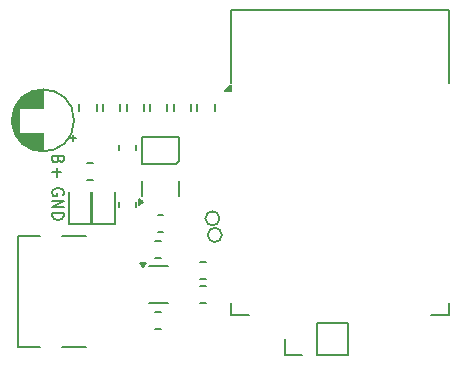
<source format=gto>
%TF.GenerationSoftware,KiCad,Pcbnew,9.0.2*%
%TF.CreationDate,2025-09-28T04:05:33+05:30*%
%TF.ProjectId,Sippy,53697070-792e-46b6-9963-61645f706362,rev?*%
%TF.SameCoordinates,PX4ef6d80PY35fa5c0*%
%TF.FileFunction,Legend,Top*%
%TF.FilePolarity,Positive*%
%FSLAX46Y46*%
G04 Gerber Fmt 4.6, Leading zero omitted, Abs format (unit mm)*
G04 Created by KiCad (PCBNEW 9.0.2) date 2025-09-28 04:05:33*
%MOMM*%
%LPD*%
G01*
G04 APERTURE LIST*
%ADD10C,0.200000*%
G04 APERTURE END LIST*
D10*
X-14614839Y-1193482D02*
X-14567220Y-1098244D01*
X-14567220Y-1098244D02*
X-14567220Y-955387D01*
X-14567220Y-955387D02*
X-14614839Y-812530D01*
X-14614839Y-812530D02*
X-14710077Y-717292D01*
X-14710077Y-717292D02*
X-14805315Y-669673D01*
X-14805315Y-669673D02*
X-14995791Y-622054D01*
X-14995791Y-622054D02*
X-15138648Y-622054D01*
X-15138648Y-622054D02*
X-15329124Y-669673D01*
X-15329124Y-669673D02*
X-15424362Y-717292D01*
X-15424362Y-717292D02*
X-15519600Y-812530D01*
X-15519600Y-812530D02*
X-15567220Y-955387D01*
X-15567220Y-955387D02*
X-15567220Y-1050625D01*
X-15567220Y-1050625D02*
X-15519600Y-1193482D01*
X-15519600Y-1193482D02*
X-15471981Y-1241101D01*
X-15471981Y-1241101D02*
X-15138648Y-1241101D01*
X-15138648Y-1241101D02*
X-15138648Y-1050625D01*
X-15567220Y-1669673D02*
X-14567220Y-1669673D01*
X-14567220Y-1669673D02*
X-15567220Y-2241101D01*
X-15567220Y-2241101D02*
X-14567220Y-2241101D01*
X-15567220Y-2717292D02*
X-14567220Y-2717292D01*
X-14567220Y-2717292D02*
X-14567220Y-2955387D01*
X-14567220Y-2955387D02*
X-14614839Y-3098244D01*
X-14614839Y-3098244D02*
X-14710077Y-3193482D01*
X-14710077Y-3193482D02*
X-14805315Y-3241101D01*
X-14805315Y-3241101D02*
X-14995791Y-3288720D01*
X-14995791Y-3288720D02*
X-15138648Y-3288720D01*
X-15138648Y-3288720D02*
X-15329124Y-3241101D01*
X-15329124Y-3241101D02*
X-15424362Y-3193482D01*
X-15424362Y-3193482D02*
X-15519600Y-3098244D01*
X-15519600Y-3098244D02*
X-15567220Y-2955387D01*
X-15567220Y-2955387D02*
X-15567220Y-2717292D01*
X-15043410Y1796994D02*
X-15091029Y1654137D01*
X-15091029Y1654137D02*
X-15138648Y1606518D01*
X-15138648Y1606518D02*
X-15233886Y1558899D01*
X-15233886Y1558899D02*
X-15376743Y1558899D01*
X-15376743Y1558899D02*
X-15471981Y1606518D01*
X-15471981Y1606518D02*
X-15519600Y1654137D01*
X-15519600Y1654137D02*
X-15567220Y1749375D01*
X-15567220Y1749375D02*
X-15567220Y2130327D01*
X-15567220Y2130327D02*
X-14567220Y2130327D01*
X-14567220Y2130327D02*
X-14567220Y1796994D01*
X-14567220Y1796994D02*
X-14614839Y1701756D01*
X-14614839Y1701756D02*
X-14662458Y1654137D01*
X-14662458Y1654137D02*
X-14757696Y1606518D01*
X-14757696Y1606518D02*
X-14852934Y1606518D01*
X-14852934Y1606518D02*
X-14948172Y1654137D01*
X-14948172Y1654137D02*
X-14995791Y1701756D01*
X-14995791Y1701756D02*
X-15043410Y1796994D01*
X-15043410Y1796994D02*
X-15043410Y2130327D01*
X-15186267Y1130327D02*
X-15186267Y368422D01*
X-15567220Y749375D02*
X-14805315Y749375D01*
%TO.C,R14*%
X-9935000Y-2227064D02*
X-9935000Y-1772936D01*
X-8465000Y-2227064D02*
X-8465000Y-1772936D01*
%TO.C,D1*%
X-8000000Y1412750D02*
X-8000000Y3712750D01*
X-5100000Y1412750D02*
X-8000000Y1412750D01*
X-5100000Y1412750D02*
X-4800000Y1712750D01*
X-4800000Y3712750D02*
X-8000000Y3712750D01*
X-4800000Y3712750D02*
X-4800000Y1712750D01*
%TO.C,C4*%
X-9275000Y6471252D02*
X-9275000Y5948748D01*
X-7805000Y6471252D02*
X-7805000Y5948748D01*
%TO.C,C10*%
X-12661252Y1535000D02*
X-12138748Y1535000D01*
X-12661252Y65000D02*
X-12138748Y65000D01*
%TO.C,J2*%
X-18500000Y-4700000D02*
X-18500000Y-14100000D01*
X-16600000Y-4700000D02*
X-18500000Y-4700000D01*
X-16600000Y-14100000D02*
X-18500000Y-14100000D01*
X-12700000Y-4700000D02*
X-14700000Y-4700000D01*
X-12700000Y-14100000D02*
X-14700000Y-14100000D01*
%TO.C,R9*%
X-6827064Y-11065000D02*
X-6372936Y-11065000D01*
X-6827064Y-12535000D02*
X-6372936Y-12535000D01*
%TO.C,R8*%
X-6827064Y-5065000D02*
X-6372936Y-5065000D01*
X-6827064Y-6535000D02*
X-6372936Y-6535000D01*
%TO.C,C2*%
X-5275000Y6471252D02*
X-5275000Y5948748D01*
X-3805000Y6471252D02*
X-3805000Y5948748D01*
%TO.C,R4*%
X-2572936Y-8865000D02*
X-3027064Y-8865000D01*
X-2572936Y-10335000D02*
X-3027064Y-10335000D01*
%TO.C,R6*%
X-6172936Y-2902250D02*
X-6627064Y-2902250D01*
X-6172936Y-4372250D02*
X-6627064Y-4372250D01*
%TO.C,C1*%
X-3275000Y6471252D02*
X-3275000Y5948748D01*
X-1805000Y6471252D02*
X-1805000Y5948748D01*
%TO.C,C5*%
X-11275000Y6471252D02*
X-11275000Y5948748D01*
X-9805000Y6471252D02*
X-9805000Y5948748D01*
%TO.C,Q2*%
X-7960000Y-637250D02*
X-7960000Y12750D01*
X-7960000Y-637250D02*
X-7960000Y-1287250D01*
X-4840000Y-637250D02*
X-4840000Y12750D01*
X-4840000Y-637250D02*
X-4840000Y-1287250D01*
X-7910000Y-1799750D02*
X-8240000Y-2039750D01*
X-8240000Y-1559750D01*
X-7910000Y-1799750D01*
G36*
X-7910000Y-1799750D02*
G01*
X-8240000Y-2039750D01*
X-8240000Y-1559750D01*
X-7910000Y-1799750D01*
G37*
%TO.C,R3*%
X-3027064Y-6865000D02*
X-2572936Y-6865000D01*
X-3027064Y-8335000D02*
X-2572936Y-8335000D01*
%TO.C,C3*%
X-7275000Y6471252D02*
X-7275000Y5948748D01*
X-5805000Y6471252D02*
X-5805000Y5948748D01*
%TO.C,R7*%
X-9935000Y2572936D02*
X-9935000Y3027064D01*
X-8465000Y2572936D02*
X-8465000Y3027064D01*
%TO.C,C6*%
X-13275000Y6471252D02*
X-13275000Y5948748D01*
X-11805000Y6471252D02*
X-11805000Y5948748D01*
%TO.C,TP18*%
X-1400000Y-3170961D02*
G75*
G02*
X-2600000Y-3170961I-600000J0D01*
G01*
X-2600000Y-3170961D02*
G75*
G02*
X-1400000Y-3170961I600000J0D01*
G01*
%TO.C,U3*%
X-6600000Y-7240000D02*
X-7400000Y-7240000D01*
X-6600000Y-7240000D02*
X-5800000Y-7240000D01*
X-6600000Y-10360000D02*
X-7400000Y-10360000D01*
X-6600000Y-10360000D02*
X-5800000Y-10360000D01*
X-7900000Y-7290000D02*
X-8140000Y-6960000D01*
X-7660000Y-6960000D01*
X-7900000Y-7290000D01*
G36*
X-7900000Y-7290000D02*
G01*
X-8140000Y-6960000D01*
X-7660000Y-6960000D01*
X-7900000Y-7290000D01*
G37*
%TO.C,TP5*%
X-1200000Y-4577535D02*
G75*
G02*
X-2400000Y-4577535I-600000J0D01*
G01*
X-2400000Y-4577535D02*
G75*
G02*
X-1200000Y-4577535I600000J0D01*
G01*
%TO.C,C7*%
X-18936495Y4838200D02*
X-18936495Y5404200D01*
X-18896495Y4604200D02*
X-18896495Y5638200D01*
X-18856495Y4444200D02*
X-18856495Y5798200D01*
X-18816495Y4316200D02*
X-18816495Y5926200D01*
X-18776495Y4207200D02*
X-18776495Y6035200D01*
X-18736495Y4110200D02*
X-18736495Y6132200D01*
X-18696495Y4023200D02*
X-18696495Y6219200D01*
X-18656495Y3944200D02*
X-18656495Y6298200D01*
X-18616495Y3870200D02*
X-18616495Y6372200D01*
X-18576495Y3802200D02*
X-18576495Y6440200D01*
X-18536495Y3738200D02*
X-18536495Y6504200D01*
X-18496495Y3678200D02*
X-18496495Y6564200D01*
X-18456495Y3622200D02*
X-18456495Y6620200D01*
X-18416495Y3568200D02*
X-18416495Y6674200D01*
X-18376495Y3517200D02*
X-18376495Y6725200D01*
X-18336495Y6161200D02*
X-18336495Y6773200D01*
X-18336495Y3469200D02*
X-18336495Y4081200D01*
X-18296495Y6161200D02*
X-18296495Y6820200D01*
X-18296495Y3422200D02*
X-18296495Y4081200D01*
X-18256495Y6161200D02*
X-18256495Y6864200D01*
X-18256495Y3378200D02*
X-18256495Y4081200D01*
X-18216495Y6161200D02*
X-18216495Y6906200D01*
X-18216495Y3336200D02*
X-18216495Y4081200D01*
X-18176495Y6161200D02*
X-18176495Y6946200D01*
X-18176495Y3296200D02*
X-18176495Y4081200D01*
X-18136495Y6161200D02*
X-18136495Y6985200D01*
X-18136495Y3257200D02*
X-18136495Y4081200D01*
X-18096495Y6161200D02*
X-18096495Y7022200D01*
X-18096495Y3220200D02*
X-18096495Y4081200D01*
X-18056495Y6161200D02*
X-18056495Y7057200D01*
X-18056495Y3185200D02*
X-18056495Y4081200D01*
X-18016495Y6161200D02*
X-18016495Y7091200D01*
X-18016495Y3151200D02*
X-18016495Y4081200D01*
X-17976495Y6161200D02*
X-17976495Y7124200D01*
X-17976495Y3118200D02*
X-17976495Y4081200D01*
X-17936495Y6161200D02*
X-17936495Y7156200D01*
X-17936495Y3086200D02*
X-17936495Y4081200D01*
X-17896495Y6161200D02*
X-17896495Y7186200D01*
X-17896495Y3056200D02*
X-17896495Y4081200D01*
X-17856495Y6161200D02*
X-17856495Y7215200D01*
X-17856495Y3027200D02*
X-17856495Y4081200D01*
X-17816495Y6161200D02*
X-17816495Y7243200D01*
X-17816495Y2999200D02*
X-17816495Y4081200D01*
X-17776495Y6161200D02*
X-17776495Y7270200D01*
X-17776495Y2972200D02*
X-17776495Y4081200D01*
X-17736495Y6161200D02*
X-17736495Y7296200D01*
X-17736495Y2946200D02*
X-17736495Y4081200D01*
X-17696495Y6161200D02*
X-17696495Y7320200D01*
X-17696495Y2922200D02*
X-17696495Y4081200D01*
X-17656495Y6161200D02*
X-17656495Y7344200D01*
X-17656495Y2898200D02*
X-17656495Y4081200D01*
X-17616495Y6161200D02*
X-17616495Y7367200D01*
X-17616495Y2875200D02*
X-17616495Y4081200D01*
X-17576495Y6161200D02*
X-17576495Y7389200D01*
X-17576495Y2853200D02*
X-17576495Y4081200D01*
X-17536495Y6161200D02*
X-17536495Y7410200D01*
X-17536495Y2832200D02*
X-17536495Y4081200D01*
X-17496495Y6161200D02*
X-17496495Y7430200D01*
X-17496495Y2812200D02*
X-17496495Y4081200D01*
X-17456495Y6161200D02*
X-17456495Y7450200D01*
X-17456495Y2792200D02*
X-17456495Y4081200D01*
X-17416495Y6161200D02*
X-17416495Y7468200D01*
X-17416495Y2774200D02*
X-17416495Y4081200D01*
X-17376495Y6161200D02*
X-17376495Y7486200D01*
X-17376495Y2756200D02*
X-17376495Y4081200D01*
X-17336495Y6161200D02*
X-17336495Y7503200D01*
X-17336495Y2739200D02*
X-17336495Y4081200D01*
X-17296495Y6161200D02*
X-17296495Y7519200D01*
X-17296495Y2723200D02*
X-17296495Y4081200D01*
X-17256495Y6161200D02*
X-17256495Y7534200D01*
X-17256495Y2708200D02*
X-17256495Y4081200D01*
X-17216495Y6161200D02*
X-17216495Y7549200D01*
X-17216495Y2693200D02*
X-17216495Y4081200D01*
X-17176495Y6161200D02*
X-17176495Y7563200D01*
X-17176495Y2679200D02*
X-17176495Y4081200D01*
X-17136495Y6161200D02*
X-17136495Y7576200D01*
X-17136495Y2666200D02*
X-17136495Y4081200D01*
X-17096495Y6161200D02*
X-17096495Y7588200D01*
X-17096495Y2654200D02*
X-17096495Y4081200D01*
X-17056495Y6161200D02*
X-17056495Y7600200D01*
X-17056495Y2642200D02*
X-17056495Y4081200D01*
X-17016495Y6161200D02*
X-17016495Y7611200D01*
X-17016495Y2631200D02*
X-17016495Y4081200D01*
X-16976495Y6161200D02*
X-16976495Y7622200D01*
X-16976495Y2620200D02*
X-16976495Y4081200D01*
X-16936495Y6161200D02*
X-16936495Y7631200D01*
X-16936495Y2611200D02*
X-16936495Y4081200D01*
X-16896495Y6161200D02*
X-16896495Y7640200D01*
X-16896495Y2602200D02*
X-16896495Y4081200D01*
X-16856495Y6161200D02*
X-16856495Y7649200D01*
X-16856495Y2593200D02*
X-16856495Y4081200D01*
X-16816495Y6161200D02*
X-16816495Y7657200D01*
X-16816495Y2585200D02*
X-16816495Y4081200D01*
X-16776495Y6161200D02*
X-16776495Y7664200D01*
X-16776495Y2578200D02*
X-16776495Y4081200D01*
X-16736495Y6161200D02*
X-16736495Y7670200D01*
X-16736495Y2572200D02*
X-16736495Y4081200D01*
X-16696495Y6161200D02*
X-16696495Y7676200D01*
X-16696495Y2566200D02*
X-16696495Y4081200D01*
X-16656495Y6161200D02*
X-16656495Y7681200D01*
X-16656495Y2561200D02*
X-16656495Y4081200D01*
X-16616495Y6161200D02*
X-16616495Y7686200D01*
X-16616495Y2556200D02*
X-16616495Y4081200D01*
X-16576495Y6161200D02*
X-16576495Y7690200D01*
X-16576495Y2552200D02*
X-16576495Y4081200D01*
X-16536495Y6161200D02*
X-16536495Y7693200D01*
X-16536495Y2549200D02*
X-16536495Y4081200D01*
X-16496495Y6161200D02*
X-16496495Y7696200D01*
X-16496495Y2546200D02*
X-16496495Y4081200D01*
X-16456495Y6161200D02*
X-16456495Y7698200D01*
X-16456495Y2544200D02*
X-16456495Y4081200D01*
X-16416495Y6161200D02*
X-16416495Y7700200D01*
X-16416495Y2542200D02*
X-16416495Y4081200D01*
X-16376495Y6161200D02*
X-16376495Y7701200D01*
X-16376495Y2541200D02*
X-16376495Y4081200D01*
X-16336495Y6161200D02*
X-16336495Y7701200D01*
X-16336495Y2541200D02*
X-16336495Y4081200D01*
X-13781720Y3396200D02*
X-13781720Y3896200D01*
X-13531720Y3646200D02*
X-14031720Y3646200D01*
X-13716495Y5121200D02*
G75*
G02*
X-18956495Y5121200I-2620000J0D01*
G01*
X-18956495Y5121200D02*
G75*
G02*
X-13716495Y5121200I2620000J0D01*
G01*
%TO.C,U1*%
X-400000Y14500000D02*
X-400000Y8300000D01*
X-400000Y14500000D02*
X18000000Y14500000D01*
X-400000Y-10350000D02*
X-400000Y-11350000D01*
X-400000Y-11350000D02*
X1100000Y-11350000D01*
X18000000Y14500000D02*
X18000000Y8300000D01*
X18000000Y-11350000D02*
X16500000Y-11350000D01*
X18000000Y-11350000D02*
X18000000Y-10350000D01*
X-400000Y7625000D02*
X-900000Y7625000D01*
X-400000Y8125000D01*
X-400000Y7625000D01*
G36*
X-400000Y7625000D02*
G01*
X-900000Y7625000D01*
X-400000Y8125000D01*
X-400000Y7625000D01*
G37*
%TO.C,J1*%
X4170000Y-14753900D02*
X4170000Y-13373900D01*
X5550000Y-14753900D02*
X4170000Y-14753900D01*
X6820000Y-11993900D02*
X9470000Y-11993900D01*
X6820000Y-14753900D02*
X6820000Y-11993900D01*
X6820000Y-14753900D02*
X9470000Y-14753900D01*
X9470000Y-14753900D02*
X9470000Y-11993900D01*
%TO.C,D3*%
X-12160000Y-940000D02*
X-12160000Y-3625000D01*
X-12160000Y-3625000D02*
X-10240000Y-3625000D01*
X-10240000Y-3625000D02*
X-10240000Y-940000D01*
%TO.C,D2*%
X-14160000Y-940000D02*
X-14160000Y-3625000D01*
X-14160000Y-3625000D02*
X-12240000Y-3625000D01*
X-12240000Y-3625000D02*
X-12240000Y-940000D01*
%TD*%
M02*

</source>
